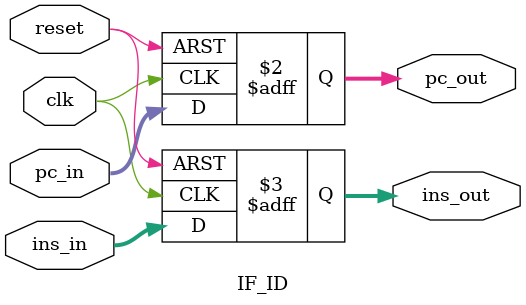
<source format=v>
`timescale 1ns / 1ps


module IF_ID(
input clk,reset,
input [15:0]pc_in,
input [15:0]ins_in,
output reg [15:0]pc_out,
output reg [15:0]ins_out
    );
    always@(posedge clk or posedge reset)begin
    if(reset)begin
    pc_out <= 16'b0;
    ins_out <= 16'b0;
    end
    else begin
    pc_out <= pc_in;
    ins_out <= ins_in;
    end
    end
endmodule

</source>
